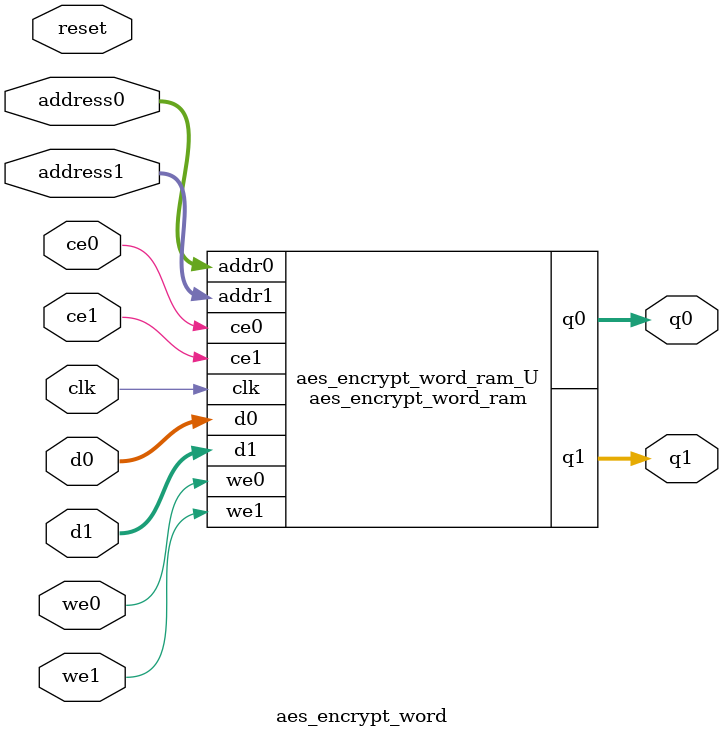
<source format=v>
`timescale 1 ns / 1 ps
module aes_encrypt_word_ram (addr0, ce0, d0, we0, q0, addr1, ce1, d1, we1, q1,  clk);

parameter DWIDTH = 8;
parameter AWIDTH = 9;
parameter MEM_SIZE = 480;

input[AWIDTH-1:0] addr0;
input ce0;
input[DWIDTH-1:0] d0;
input we0;
output reg[DWIDTH-1:0] q0;
input[AWIDTH-1:0] addr1;
input ce1;
input[DWIDTH-1:0] d1;
input we1;
output reg[DWIDTH-1:0] q1;
input clk;

reg [DWIDTH-1:0] ram[0:MEM_SIZE-1];




always @(posedge clk)  
begin 
    if (ce0) begin
        if (we0) 
            ram[addr0] <= d0; 
        q0 <= ram[addr0];
    end
end


always @(posedge clk)  
begin 
    if (ce1) begin
        if (we1) 
            ram[addr1] <= d1; 
        q1 <= ram[addr1];
    end
end


endmodule

`timescale 1 ns / 1 ps
module aes_encrypt_word(
    reset,
    clk,
    address0,
    ce0,
    we0,
    d0,
    q0,
    address1,
    ce1,
    we1,
    d1,
    q1);

parameter DataWidth = 32'd8;
parameter AddressRange = 32'd480;
parameter AddressWidth = 32'd9;
input reset;
input clk;
input[AddressWidth - 1:0] address0;
input ce0;
input we0;
input[DataWidth - 1:0] d0;
output[DataWidth - 1:0] q0;
input[AddressWidth - 1:0] address1;
input ce1;
input we1;
input[DataWidth - 1:0] d1;
output[DataWidth - 1:0] q1;



aes_encrypt_word_ram aes_encrypt_word_ram_U(
    .clk( clk ),
    .addr0( address0 ),
    .ce0( ce0 ),
    .we0( we0 ),
    .d0( d0 ),
    .q0( q0 ),
    .addr1( address1 ),
    .ce1( ce1 ),
    .we1( we1 ),
    .d1( d1 ),
    .q1( q1 ));

endmodule


</source>
